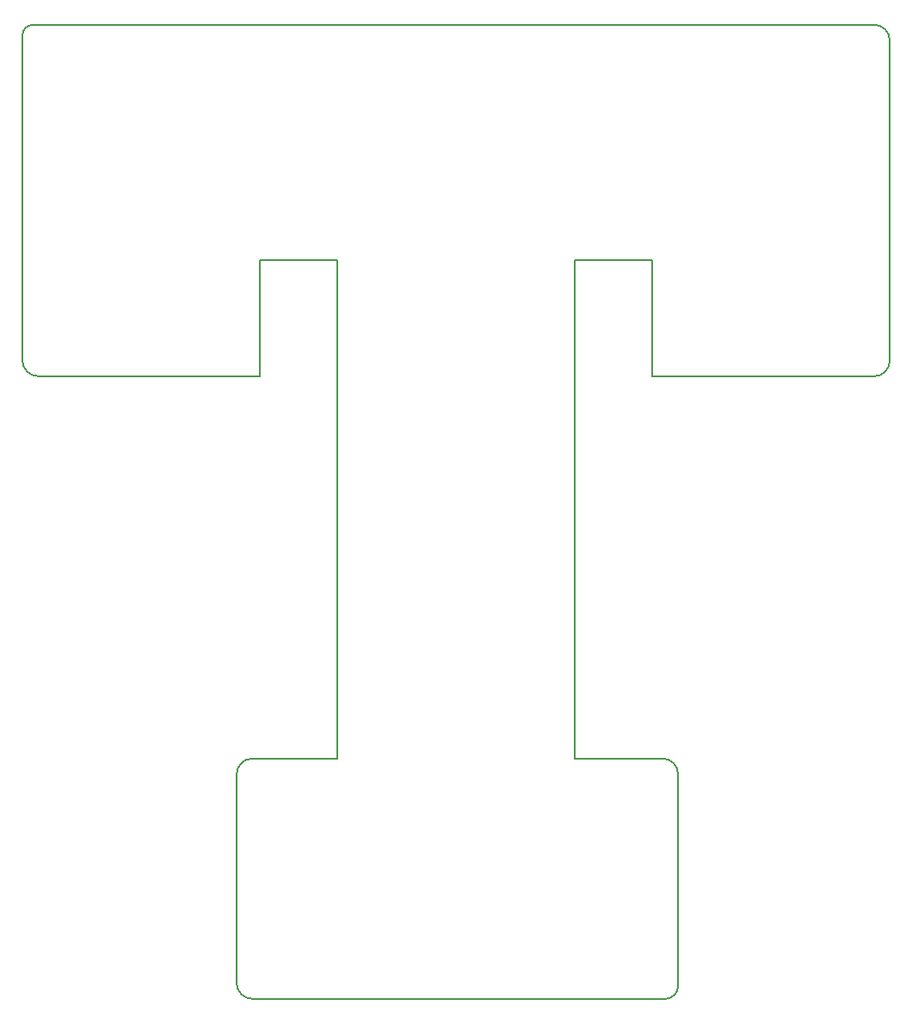
<source format=gbr>
G04 #@! TF.GenerationSoftware,KiCad,Pcbnew,(5.0.0)*
G04 #@! TF.CreationDate,2019-01-20T21:42:16-05:00*
G04 #@! TF.ProjectId,MiniTempleT,4D696E6954656D706C65542E6B696361,rev?*
G04 #@! TF.SameCoordinates,Original*
G04 #@! TF.FileFunction,Profile,NP*
%FSLAX46Y46*%
G04 Gerber Fmt 4.6, Leading zero omitted, Abs format (unit mm)*
G04 Created by KiCad (PCBNEW (5.0.0)) date 01/20/19 21:42:16*
%MOMM*%
%LPD*%
G01*
G04 APERTURE LIST*
%ADD10C,0.150000*%
G04 APERTURE END LIST*
D10*
X151130000Y-126492000D02*
X159512000Y-126492000D01*
X149606000Y-148590000D02*
X149606000Y-128016000D01*
X191770000Y-150114000D02*
X151130000Y-150114000D01*
X193040000Y-128016000D02*
X193040000Y-148844000D01*
X182880000Y-126492000D02*
X191516000Y-126492000D01*
X151130000Y-126492000D02*
G75*
G03X149606000Y-128016000I0J-1524000D01*
G01*
X149606000Y-148590000D02*
G75*
G03X151130000Y-150114000I1524000J0D01*
G01*
X191770000Y-150114000D02*
G75*
G03X193040000Y-148844000I0J1270000D01*
G01*
X193040000Y-128016000D02*
G75*
G03X191516000Y-126492000I-1524000J0D01*
G01*
X212344000Y-88900000D02*
X190500000Y-88900000D01*
X213868000Y-55880000D02*
X213868000Y-87376000D01*
X128524000Y-87376000D02*
X128524000Y-55372000D01*
X130048000Y-88900000D02*
X151892000Y-88900000D01*
X212344000Y-88900000D02*
G75*
G03X213868000Y-87376000I0J1524000D01*
G01*
X128524000Y-87376000D02*
G75*
G03X130048000Y-88900000I1524000J0D01*
G01*
X212344000Y-54356000D02*
X129540000Y-54356000D01*
X213868000Y-55880000D02*
G75*
G03X212344000Y-54356000I-1524000J0D01*
G01*
X129540000Y-54356000D02*
G75*
G03X128524000Y-55372000I0J-1016000D01*
G01*
X182880000Y-77470000D02*
X182880000Y-126492000D01*
X190500000Y-77470000D02*
X182880000Y-77470000D01*
X190500000Y-88900000D02*
X190500000Y-77470000D01*
X151892000Y-77470000D02*
X151892000Y-88900000D01*
X159512000Y-77470000D02*
X151892000Y-77470000D01*
X159512000Y-126492000D02*
X159512000Y-77470000D01*
M02*

</source>
